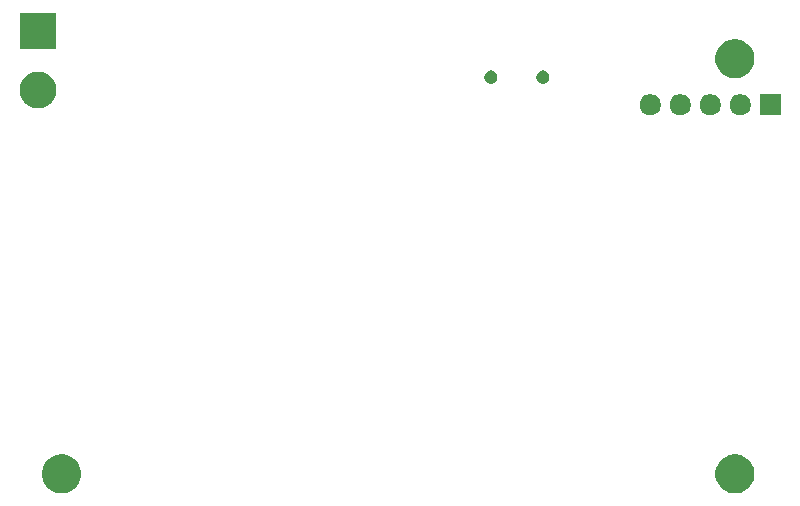
<source format=gbr>
G04 #@! TF.GenerationSoftware,KiCad,Pcbnew,5.1.6-c6e7f7d~87~ubuntu20.04.1*
G04 #@! TF.CreationDate,2020-09-01T15:12:56+02:00*
G04 #@! TF.ProjectId,UVDAR_Board,55564441-525f-4426-9f61-72642e6b6963,rev?*
G04 #@! TF.SameCoordinates,Original*
G04 #@! TF.FileFunction,Soldermask,Bot*
G04 #@! TF.FilePolarity,Negative*
%FSLAX46Y46*%
G04 Gerber Fmt 4.6, Leading zero omitted, Abs format (unit mm)*
G04 Created by KiCad (PCBNEW 5.1.6-c6e7f7d~87~ubuntu20.04.1) date 2020-09-01 15:12:56*
%MOMM*%
%LPD*%
G01*
G04 APERTURE LIST*
%ADD10C,0.100000*%
G04 APERTURE END LIST*
D10*
G36*
X97375256Y-140391298D02*
G01*
X97481579Y-140412447D01*
X97782042Y-140536903D01*
X98052451Y-140717585D01*
X98282415Y-140947549D01*
X98463097Y-141217958D01*
X98587553Y-141518421D01*
X98651000Y-141837391D01*
X98651000Y-142162609D01*
X98587553Y-142481579D01*
X98463097Y-142782042D01*
X98282415Y-143052451D01*
X98052451Y-143282415D01*
X97782042Y-143463097D01*
X97481579Y-143587553D01*
X97375256Y-143608702D01*
X97162611Y-143651000D01*
X96837389Y-143651000D01*
X96624744Y-143608702D01*
X96518421Y-143587553D01*
X96217958Y-143463097D01*
X95947549Y-143282415D01*
X95717585Y-143052451D01*
X95536903Y-142782042D01*
X95412447Y-142481579D01*
X95349000Y-142162609D01*
X95349000Y-141837391D01*
X95412447Y-141518421D01*
X95536903Y-141217958D01*
X95717585Y-140947549D01*
X95947549Y-140717585D01*
X96217958Y-140536903D01*
X96518421Y-140412447D01*
X96624744Y-140391298D01*
X96837389Y-140349000D01*
X97162611Y-140349000D01*
X97375256Y-140391298D01*
G37*
G36*
X154375256Y-140391298D02*
G01*
X154481579Y-140412447D01*
X154782042Y-140536903D01*
X155052451Y-140717585D01*
X155282415Y-140947549D01*
X155463097Y-141217958D01*
X155587553Y-141518421D01*
X155651000Y-141837391D01*
X155651000Y-142162609D01*
X155587553Y-142481579D01*
X155463097Y-142782042D01*
X155282415Y-143052451D01*
X155052451Y-143282415D01*
X154782042Y-143463097D01*
X154481579Y-143587553D01*
X154375256Y-143608702D01*
X154162611Y-143651000D01*
X153837389Y-143651000D01*
X153624744Y-143608702D01*
X153518421Y-143587553D01*
X153217958Y-143463097D01*
X152947549Y-143282415D01*
X152717585Y-143052451D01*
X152536903Y-142782042D01*
X152412447Y-142481579D01*
X152349000Y-142162609D01*
X152349000Y-141837391D01*
X152412447Y-141518421D01*
X152536903Y-141217958D01*
X152717585Y-140947549D01*
X152947549Y-140717585D01*
X153217958Y-140536903D01*
X153518421Y-140412447D01*
X153624744Y-140391298D01*
X153837389Y-140349000D01*
X154162611Y-140349000D01*
X154375256Y-140391298D01*
G37*
G36*
X157901000Y-111651000D02*
G01*
X156099000Y-111651000D01*
X156099000Y-109849000D01*
X157901000Y-109849000D01*
X157901000Y-111651000D01*
G37*
G36*
X149493512Y-109853927D02*
G01*
X149642812Y-109883624D01*
X149806784Y-109951544D01*
X149954354Y-110050147D01*
X150079853Y-110175646D01*
X150178456Y-110323216D01*
X150246376Y-110487188D01*
X150281000Y-110661259D01*
X150281000Y-110838741D01*
X150246376Y-111012812D01*
X150178456Y-111176784D01*
X150079853Y-111324354D01*
X149954354Y-111449853D01*
X149806784Y-111548456D01*
X149642812Y-111616376D01*
X149493512Y-111646073D01*
X149468742Y-111651000D01*
X149291258Y-111651000D01*
X149266488Y-111646073D01*
X149117188Y-111616376D01*
X148953216Y-111548456D01*
X148805646Y-111449853D01*
X148680147Y-111324354D01*
X148581544Y-111176784D01*
X148513624Y-111012812D01*
X148479000Y-110838741D01*
X148479000Y-110661259D01*
X148513624Y-110487188D01*
X148581544Y-110323216D01*
X148680147Y-110175646D01*
X148805646Y-110050147D01*
X148953216Y-109951544D01*
X149117188Y-109883624D01*
X149266488Y-109853927D01*
X149291258Y-109849000D01*
X149468742Y-109849000D01*
X149493512Y-109853927D01*
G37*
G36*
X152033512Y-109853927D02*
G01*
X152182812Y-109883624D01*
X152346784Y-109951544D01*
X152494354Y-110050147D01*
X152619853Y-110175646D01*
X152718456Y-110323216D01*
X152786376Y-110487188D01*
X152821000Y-110661259D01*
X152821000Y-110838741D01*
X152786376Y-111012812D01*
X152718456Y-111176784D01*
X152619853Y-111324354D01*
X152494354Y-111449853D01*
X152346784Y-111548456D01*
X152182812Y-111616376D01*
X152033512Y-111646073D01*
X152008742Y-111651000D01*
X151831258Y-111651000D01*
X151806488Y-111646073D01*
X151657188Y-111616376D01*
X151493216Y-111548456D01*
X151345646Y-111449853D01*
X151220147Y-111324354D01*
X151121544Y-111176784D01*
X151053624Y-111012812D01*
X151019000Y-110838741D01*
X151019000Y-110661259D01*
X151053624Y-110487188D01*
X151121544Y-110323216D01*
X151220147Y-110175646D01*
X151345646Y-110050147D01*
X151493216Y-109951544D01*
X151657188Y-109883624D01*
X151806488Y-109853927D01*
X151831258Y-109849000D01*
X152008742Y-109849000D01*
X152033512Y-109853927D01*
G37*
G36*
X154573512Y-109853927D02*
G01*
X154722812Y-109883624D01*
X154886784Y-109951544D01*
X155034354Y-110050147D01*
X155159853Y-110175646D01*
X155258456Y-110323216D01*
X155326376Y-110487188D01*
X155361000Y-110661259D01*
X155361000Y-110838741D01*
X155326376Y-111012812D01*
X155258456Y-111176784D01*
X155159853Y-111324354D01*
X155034354Y-111449853D01*
X154886784Y-111548456D01*
X154722812Y-111616376D01*
X154573512Y-111646073D01*
X154548742Y-111651000D01*
X154371258Y-111651000D01*
X154346488Y-111646073D01*
X154197188Y-111616376D01*
X154033216Y-111548456D01*
X153885646Y-111449853D01*
X153760147Y-111324354D01*
X153661544Y-111176784D01*
X153593624Y-111012812D01*
X153559000Y-110838741D01*
X153559000Y-110661259D01*
X153593624Y-110487188D01*
X153661544Y-110323216D01*
X153760147Y-110175646D01*
X153885646Y-110050147D01*
X154033216Y-109951544D01*
X154197188Y-109883624D01*
X154346488Y-109853927D01*
X154371258Y-109849000D01*
X154548742Y-109849000D01*
X154573512Y-109853927D01*
G37*
G36*
X146953512Y-109853927D02*
G01*
X147102812Y-109883624D01*
X147266784Y-109951544D01*
X147414354Y-110050147D01*
X147539853Y-110175646D01*
X147638456Y-110323216D01*
X147706376Y-110487188D01*
X147741000Y-110661259D01*
X147741000Y-110838741D01*
X147706376Y-111012812D01*
X147638456Y-111176784D01*
X147539853Y-111324354D01*
X147414354Y-111449853D01*
X147266784Y-111548456D01*
X147102812Y-111616376D01*
X146953512Y-111646073D01*
X146928742Y-111651000D01*
X146751258Y-111651000D01*
X146726488Y-111646073D01*
X146577188Y-111616376D01*
X146413216Y-111548456D01*
X146265646Y-111449853D01*
X146140147Y-111324354D01*
X146041544Y-111176784D01*
X145973624Y-111012812D01*
X145939000Y-110838741D01*
X145939000Y-110661259D01*
X145973624Y-110487188D01*
X146041544Y-110323216D01*
X146140147Y-110175646D01*
X146265646Y-110050147D01*
X146413216Y-109951544D01*
X146577188Y-109883624D01*
X146726488Y-109853927D01*
X146751258Y-109849000D01*
X146928742Y-109849000D01*
X146953512Y-109853927D01*
G37*
G36*
X95268434Y-107972009D02*
G01*
X95452410Y-108008604D01*
X95734674Y-108125521D01*
X95988705Y-108295259D01*
X96204741Y-108511295D01*
X96374479Y-108765326D01*
X96491396Y-109047590D01*
X96551000Y-109347240D01*
X96551000Y-109652760D01*
X96491396Y-109952410D01*
X96374479Y-110234674D01*
X96204741Y-110488705D01*
X95988705Y-110704741D01*
X95734674Y-110874479D01*
X95452410Y-110991396D01*
X95344749Y-111012811D01*
X95152761Y-111051000D01*
X94847239Y-111051000D01*
X94655251Y-111012811D01*
X94547590Y-110991396D01*
X94265326Y-110874479D01*
X94011295Y-110704741D01*
X93795259Y-110488705D01*
X93625521Y-110234674D01*
X93508604Y-109952410D01*
X93449000Y-109652760D01*
X93449000Y-109347240D01*
X93508604Y-109047590D01*
X93625521Y-108765326D01*
X93795259Y-108511295D01*
X94011295Y-108295259D01*
X94265326Y-108125521D01*
X94547590Y-108008604D01*
X94731566Y-107972009D01*
X94847239Y-107949000D01*
X95152761Y-107949000D01*
X95268434Y-107972009D01*
G37*
G36*
X133510721Y-107870174D02*
G01*
X133610995Y-107911709D01*
X133610996Y-107911710D01*
X133701242Y-107972010D01*
X133777990Y-108048758D01*
X133777991Y-108048760D01*
X133838291Y-108139005D01*
X133879826Y-108239279D01*
X133901000Y-108345730D01*
X133901000Y-108454270D01*
X133879826Y-108560721D01*
X133838291Y-108660995D01*
X133838290Y-108660996D01*
X133777990Y-108751242D01*
X133701242Y-108827990D01*
X133655812Y-108858345D01*
X133610995Y-108888291D01*
X133510721Y-108929826D01*
X133404270Y-108951000D01*
X133295730Y-108951000D01*
X133189279Y-108929826D01*
X133089005Y-108888291D01*
X133044188Y-108858345D01*
X132998758Y-108827990D01*
X132922010Y-108751242D01*
X132861710Y-108660996D01*
X132861709Y-108660995D01*
X132820174Y-108560721D01*
X132799000Y-108454270D01*
X132799000Y-108345730D01*
X132820174Y-108239279D01*
X132861709Y-108139005D01*
X132922009Y-108048760D01*
X132922010Y-108048758D01*
X132998758Y-107972010D01*
X133089004Y-107911710D01*
X133089005Y-107911709D01*
X133189279Y-107870174D01*
X133295730Y-107849000D01*
X133404270Y-107849000D01*
X133510721Y-107870174D01*
G37*
G36*
X137910721Y-107870174D02*
G01*
X138010995Y-107911709D01*
X138010996Y-107911710D01*
X138101242Y-107972010D01*
X138177990Y-108048758D01*
X138177991Y-108048760D01*
X138238291Y-108139005D01*
X138279826Y-108239279D01*
X138301000Y-108345730D01*
X138301000Y-108454270D01*
X138279826Y-108560721D01*
X138238291Y-108660995D01*
X138238290Y-108660996D01*
X138177990Y-108751242D01*
X138101242Y-108827990D01*
X138055812Y-108858345D01*
X138010995Y-108888291D01*
X137910721Y-108929826D01*
X137804270Y-108951000D01*
X137695730Y-108951000D01*
X137589279Y-108929826D01*
X137489005Y-108888291D01*
X137444188Y-108858345D01*
X137398758Y-108827990D01*
X137322010Y-108751242D01*
X137261710Y-108660996D01*
X137261709Y-108660995D01*
X137220174Y-108560721D01*
X137199000Y-108454270D01*
X137199000Y-108345730D01*
X137220174Y-108239279D01*
X137261709Y-108139005D01*
X137322009Y-108048760D01*
X137322010Y-108048758D01*
X137398758Y-107972010D01*
X137489004Y-107911710D01*
X137489005Y-107911709D01*
X137589279Y-107870174D01*
X137695730Y-107849000D01*
X137804270Y-107849000D01*
X137910721Y-107870174D01*
G37*
G36*
X154375256Y-105241298D02*
G01*
X154481579Y-105262447D01*
X154782042Y-105386903D01*
X155052451Y-105567585D01*
X155282415Y-105797549D01*
X155463097Y-106067958D01*
X155587553Y-106368421D01*
X155651000Y-106687391D01*
X155651000Y-107012609D01*
X155587553Y-107331579D01*
X155463097Y-107632042D01*
X155282415Y-107902451D01*
X155052451Y-108132415D01*
X154782042Y-108313097D01*
X154481579Y-108437553D01*
X154397542Y-108454269D01*
X154162611Y-108501000D01*
X153837389Y-108501000D01*
X153602458Y-108454269D01*
X153518421Y-108437553D01*
X153217958Y-108313097D01*
X152947549Y-108132415D01*
X152717585Y-107902451D01*
X152536903Y-107632042D01*
X152412447Y-107331579D01*
X152349000Y-107012609D01*
X152349000Y-106687391D01*
X152412447Y-106368421D01*
X152536903Y-106067958D01*
X152717585Y-105797549D01*
X152947549Y-105567585D01*
X153217958Y-105386903D01*
X153518421Y-105262447D01*
X153624744Y-105241298D01*
X153837389Y-105199000D01*
X154162611Y-105199000D01*
X154375256Y-105241298D01*
G37*
G36*
X96551000Y-106051000D02*
G01*
X93449000Y-106051000D01*
X93449000Y-102949000D01*
X96551000Y-102949000D01*
X96551000Y-106051000D01*
G37*
M02*

</source>
